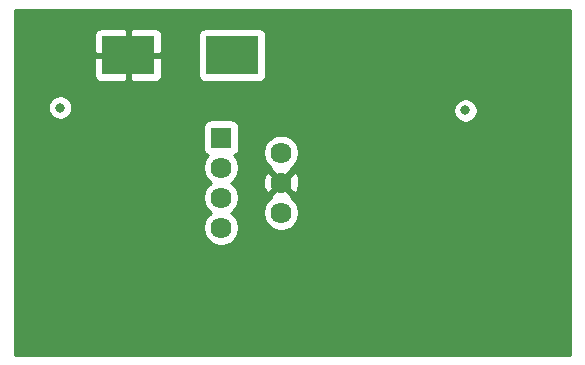
<source format=gbr>
%TF.GenerationSoftware,KiCad,Pcbnew,(5.1.10-1-10_14)*%
%TF.CreationDate,2021-10-31T04:10:36-04:00*%
%TF.ProjectId,Readout-DC-Board,52656164-6f75-4742-9d44-432d426f6172,rev?*%
%TF.SameCoordinates,Original*%
%TF.FileFunction,Copper,L2,Inr*%
%TF.FilePolarity,Positive*%
%FSLAX46Y46*%
G04 Gerber Fmt 4.6, Leading zero omitted, Abs format (unit mm)*
G04 Created by KiCad (PCBNEW (5.1.10-1-10_14)) date 2021-10-31 04:10:36*
%MOMM*%
%LPD*%
G01*
G04 APERTURE LIST*
%TA.AperFunction,ComponentPad*%
%ADD10R,4.500000X3.300000*%
%TD*%
%TA.AperFunction,ComponentPad*%
%ADD11C,1.790000*%
%TD*%
%TA.AperFunction,ComponentPad*%
%ADD12R,1.790000X1.790000*%
%TD*%
%TA.AperFunction,ViaPad*%
%ADD13C,0.800000*%
%TD*%
%TA.AperFunction,Conductor*%
%ADD14C,0.254000*%
%TD*%
%TA.AperFunction,Conductor*%
%ADD15C,0.100000*%
%TD*%
G04 APERTURE END LIST*
D10*
%TO.N,Net-(C3-Pad1)*%
%TO.C,D1*%
X95205000Y-100965000D03*
%TO.N,GND*%
X86405000Y-100965000D03*
%TD*%
D11*
%TO.N,Net-(U1-Pad7)*%
%TO.C,U1*%
X94267500Y-115570000D03*
%TO.N,Net-(R1-Pad2)*%
X99347500Y-114300000D03*
%TO.N,N/C*%
X94267500Y-113030000D03*
%TO.N,GND*%
X99347500Y-111760000D03*
%TO.N,Net-(C3-Pad2)*%
X94267500Y-110490000D03*
%TO.N,Net-(C1-Pad1)*%
X99347500Y-109220000D03*
D12*
%TO.N,Net-(C3-Pad1)*%
X94267500Y-107950000D03*
%TD*%
D13*
%TO.N,Net-(C1-Pad1)*%
X80645000Y-105410000D03*
%TO.N,GND*%
X90170000Y-117475000D03*
X83185000Y-119380000D03*
X104140000Y-106045000D03*
X114300000Y-125425200D03*
X117449600Y-116840000D03*
X117449600Y-114300000D03*
X78435200Y-114300000D03*
X78435200Y-116840000D03*
%TO.N,Net-(C4-Pad1)*%
X114947700Y-105651300D03*
%TD*%
D14*
%TO.N,GND*%
X123800001Y-126340000D02*
X76860000Y-126340000D01*
X76860000Y-107055000D01*
X92734428Y-107055000D01*
X92734428Y-108845000D01*
X92746688Y-108969482D01*
X92782998Y-109089180D01*
X92841963Y-109199494D01*
X92921315Y-109296185D01*
X93018006Y-109375537D01*
X93128320Y-109434502D01*
X93152052Y-109441701D01*
X93079071Y-109514682D01*
X92911632Y-109765273D01*
X92796297Y-110043715D01*
X92737500Y-110339308D01*
X92737500Y-110640692D01*
X92796297Y-110936285D01*
X92911632Y-111214727D01*
X93079071Y-111465318D01*
X93292182Y-111678429D01*
X93414262Y-111760000D01*
X93292182Y-111841571D01*
X93079071Y-112054682D01*
X92911632Y-112305273D01*
X92796297Y-112583715D01*
X92737500Y-112879308D01*
X92737500Y-113180692D01*
X92796297Y-113476285D01*
X92911632Y-113754727D01*
X93079071Y-114005318D01*
X93292182Y-114218429D01*
X93414262Y-114300000D01*
X93292182Y-114381571D01*
X93079071Y-114594682D01*
X92911632Y-114845273D01*
X92796297Y-115123715D01*
X92737500Y-115419308D01*
X92737500Y-115720692D01*
X92796297Y-116016285D01*
X92911632Y-116294727D01*
X93079071Y-116545318D01*
X93292182Y-116758429D01*
X93542773Y-116925868D01*
X93821215Y-117041203D01*
X94116808Y-117100000D01*
X94418192Y-117100000D01*
X94713785Y-117041203D01*
X94992227Y-116925868D01*
X95242818Y-116758429D01*
X95455929Y-116545318D01*
X95623368Y-116294727D01*
X95738703Y-116016285D01*
X95797500Y-115720692D01*
X95797500Y-115419308D01*
X95738703Y-115123715D01*
X95623368Y-114845273D01*
X95455929Y-114594682D01*
X95242818Y-114381571D01*
X95120738Y-114300000D01*
X95242818Y-114218429D01*
X95311939Y-114149308D01*
X97817500Y-114149308D01*
X97817500Y-114450692D01*
X97876297Y-114746285D01*
X97991632Y-115024727D01*
X98159071Y-115275318D01*
X98372182Y-115488429D01*
X98622773Y-115655868D01*
X98901215Y-115771203D01*
X99196808Y-115830000D01*
X99498192Y-115830000D01*
X99793785Y-115771203D01*
X100072227Y-115655868D01*
X100322818Y-115488429D01*
X100535929Y-115275318D01*
X100703368Y-115024727D01*
X100818703Y-114746285D01*
X100877500Y-114450692D01*
X100877500Y-114149308D01*
X100818703Y-113853715D01*
X100703368Y-113575273D01*
X100535929Y-113324682D01*
X100322818Y-113111571D01*
X100167149Y-113007557D01*
X100228407Y-112820512D01*
X99347500Y-111939605D01*
X98466593Y-112820512D01*
X98527851Y-113007557D01*
X98372182Y-113111571D01*
X98159071Y-113324682D01*
X97991632Y-113575273D01*
X97876297Y-113853715D01*
X97817500Y-114149308D01*
X95311939Y-114149308D01*
X95455929Y-114005318D01*
X95623368Y-113754727D01*
X95738703Y-113476285D01*
X95797500Y-113180692D01*
X95797500Y-112879308D01*
X95738703Y-112583715D01*
X95623368Y-112305273D01*
X95455929Y-112054682D01*
X95242818Y-111841571D01*
X95220639Y-111826751D01*
X97811547Y-111826751D01*
X97854082Y-112125117D01*
X97954008Y-112409453D01*
X98033317Y-112557829D01*
X98286988Y-112640907D01*
X99167895Y-111760000D01*
X99527105Y-111760000D01*
X100408012Y-112640907D01*
X100661683Y-112557829D01*
X100792080Y-112286115D01*
X100866963Y-111994182D01*
X100883453Y-111693249D01*
X100840918Y-111394883D01*
X100740992Y-111110547D01*
X100661683Y-110962171D01*
X100408012Y-110879093D01*
X99527105Y-111760000D01*
X99167895Y-111760000D01*
X98286988Y-110879093D01*
X98033317Y-110962171D01*
X97902920Y-111233885D01*
X97828037Y-111525818D01*
X97811547Y-111826751D01*
X95220639Y-111826751D01*
X95120738Y-111760000D01*
X95242818Y-111678429D01*
X95455929Y-111465318D01*
X95623368Y-111214727D01*
X95738703Y-110936285D01*
X95797500Y-110640692D01*
X95797500Y-110339308D01*
X95738703Y-110043715D01*
X95623368Y-109765273D01*
X95455929Y-109514682D01*
X95382948Y-109441701D01*
X95406680Y-109434502D01*
X95516994Y-109375537D01*
X95613685Y-109296185D01*
X95693037Y-109199494D01*
X95752002Y-109089180D01*
X95758030Y-109069308D01*
X97817500Y-109069308D01*
X97817500Y-109370692D01*
X97876297Y-109666285D01*
X97991632Y-109944727D01*
X98159071Y-110195318D01*
X98372182Y-110408429D01*
X98527851Y-110512443D01*
X98466593Y-110699488D01*
X99347500Y-111580395D01*
X100228407Y-110699488D01*
X100167149Y-110512443D01*
X100322818Y-110408429D01*
X100535929Y-110195318D01*
X100703368Y-109944727D01*
X100818703Y-109666285D01*
X100877500Y-109370692D01*
X100877500Y-109069308D01*
X100818703Y-108773715D01*
X100703368Y-108495273D01*
X100535929Y-108244682D01*
X100322818Y-108031571D01*
X100072227Y-107864132D01*
X99793785Y-107748797D01*
X99498192Y-107690000D01*
X99196808Y-107690000D01*
X98901215Y-107748797D01*
X98622773Y-107864132D01*
X98372182Y-108031571D01*
X98159071Y-108244682D01*
X97991632Y-108495273D01*
X97876297Y-108773715D01*
X97817500Y-109069308D01*
X95758030Y-109069308D01*
X95788312Y-108969482D01*
X95800572Y-108845000D01*
X95800572Y-107055000D01*
X95788312Y-106930518D01*
X95752002Y-106810820D01*
X95693037Y-106700506D01*
X95613685Y-106603815D01*
X95516994Y-106524463D01*
X95406680Y-106465498D01*
X95286982Y-106429188D01*
X95162500Y-106416928D01*
X93372500Y-106416928D01*
X93248018Y-106429188D01*
X93128320Y-106465498D01*
X93018006Y-106524463D01*
X92921315Y-106603815D01*
X92841963Y-106700506D01*
X92782998Y-106810820D01*
X92746688Y-106930518D01*
X92734428Y-107055000D01*
X76860000Y-107055000D01*
X76860000Y-105308061D01*
X79610000Y-105308061D01*
X79610000Y-105511939D01*
X79649774Y-105711898D01*
X79727795Y-105900256D01*
X79841063Y-106069774D01*
X79985226Y-106213937D01*
X80154744Y-106327205D01*
X80343102Y-106405226D01*
X80543061Y-106445000D01*
X80746939Y-106445000D01*
X80946898Y-106405226D01*
X81135256Y-106327205D01*
X81304774Y-106213937D01*
X81448937Y-106069774D01*
X81562205Y-105900256D01*
X81640226Y-105711898D01*
X81672556Y-105549361D01*
X113912700Y-105549361D01*
X113912700Y-105753239D01*
X113952474Y-105953198D01*
X114030495Y-106141556D01*
X114143763Y-106311074D01*
X114287926Y-106455237D01*
X114457444Y-106568505D01*
X114645802Y-106646526D01*
X114845761Y-106686300D01*
X115049639Y-106686300D01*
X115249598Y-106646526D01*
X115437956Y-106568505D01*
X115607474Y-106455237D01*
X115751637Y-106311074D01*
X115864905Y-106141556D01*
X115942926Y-105953198D01*
X115982700Y-105753239D01*
X115982700Y-105549361D01*
X115942926Y-105349402D01*
X115864905Y-105161044D01*
X115751637Y-104991526D01*
X115607474Y-104847363D01*
X115437956Y-104734095D01*
X115249598Y-104656074D01*
X115049639Y-104616300D01*
X114845761Y-104616300D01*
X114645802Y-104656074D01*
X114457444Y-104734095D01*
X114287926Y-104847363D01*
X114143763Y-104991526D01*
X114030495Y-105161044D01*
X113952474Y-105349402D01*
X113912700Y-105549361D01*
X81672556Y-105549361D01*
X81680000Y-105511939D01*
X81680000Y-105308061D01*
X81640226Y-105108102D01*
X81562205Y-104919744D01*
X81448937Y-104750226D01*
X81304774Y-104606063D01*
X81135256Y-104492795D01*
X80946898Y-104414774D01*
X80746939Y-104375000D01*
X80543061Y-104375000D01*
X80343102Y-104414774D01*
X80154744Y-104492795D01*
X79985226Y-104606063D01*
X79841063Y-104750226D01*
X79727795Y-104919744D01*
X79649774Y-105108102D01*
X79610000Y-105308061D01*
X76860000Y-105308061D01*
X76860000Y-102615000D01*
X83516928Y-102615000D01*
X83529188Y-102739482D01*
X83565498Y-102859180D01*
X83624463Y-102969494D01*
X83703815Y-103066185D01*
X83800506Y-103145537D01*
X83910820Y-103204502D01*
X84030518Y-103240812D01*
X84155000Y-103253072D01*
X86119250Y-103250000D01*
X86278000Y-103091250D01*
X86278000Y-101092000D01*
X86532000Y-101092000D01*
X86532000Y-103091250D01*
X86690750Y-103250000D01*
X88655000Y-103253072D01*
X88779482Y-103240812D01*
X88899180Y-103204502D01*
X89009494Y-103145537D01*
X89106185Y-103066185D01*
X89185537Y-102969494D01*
X89244502Y-102859180D01*
X89280812Y-102739482D01*
X89293072Y-102615000D01*
X89290000Y-101250750D01*
X89131250Y-101092000D01*
X86532000Y-101092000D01*
X86278000Y-101092000D01*
X83678750Y-101092000D01*
X83520000Y-101250750D01*
X83516928Y-102615000D01*
X76860000Y-102615000D01*
X76860000Y-99315000D01*
X83516928Y-99315000D01*
X83520000Y-100679250D01*
X83678750Y-100838000D01*
X86278000Y-100838000D01*
X86278000Y-98838750D01*
X86532000Y-98838750D01*
X86532000Y-100838000D01*
X89131250Y-100838000D01*
X89290000Y-100679250D01*
X89293072Y-99315000D01*
X92316928Y-99315000D01*
X92316928Y-102615000D01*
X92329188Y-102739482D01*
X92365498Y-102859180D01*
X92424463Y-102969494D01*
X92503815Y-103066185D01*
X92600506Y-103145537D01*
X92710820Y-103204502D01*
X92830518Y-103240812D01*
X92955000Y-103253072D01*
X97455000Y-103253072D01*
X97579482Y-103240812D01*
X97699180Y-103204502D01*
X97809494Y-103145537D01*
X97906185Y-103066185D01*
X97985537Y-102969494D01*
X98044502Y-102859180D01*
X98080812Y-102739482D01*
X98093072Y-102615000D01*
X98093072Y-99315000D01*
X98080812Y-99190518D01*
X98044502Y-99070820D01*
X97985537Y-98960506D01*
X97906185Y-98863815D01*
X97809494Y-98784463D01*
X97699180Y-98725498D01*
X97579482Y-98689188D01*
X97455000Y-98676928D01*
X92955000Y-98676928D01*
X92830518Y-98689188D01*
X92710820Y-98725498D01*
X92600506Y-98784463D01*
X92503815Y-98863815D01*
X92424463Y-98960506D01*
X92365498Y-99070820D01*
X92329188Y-99190518D01*
X92316928Y-99315000D01*
X89293072Y-99315000D01*
X89280812Y-99190518D01*
X89244502Y-99070820D01*
X89185537Y-98960506D01*
X89106185Y-98863815D01*
X89009494Y-98784463D01*
X88899180Y-98725498D01*
X88779482Y-98689188D01*
X88655000Y-98676928D01*
X86690750Y-98680000D01*
X86532000Y-98838750D01*
X86278000Y-98838750D01*
X86119250Y-98680000D01*
X84155000Y-98676928D01*
X84030518Y-98689188D01*
X83910820Y-98725498D01*
X83800506Y-98784463D01*
X83703815Y-98863815D01*
X83624463Y-98960506D01*
X83565498Y-99070820D01*
X83529188Y-99190518D01*
X83516928Y-99315000D01*
X76860000Y-99315000D01*
X76860000Y-97180000D01*
X123800000Y-97180000D01*
X123800001Y-126340000D01*
%TA.AperFunction,Conductor*%
D15*
G36*
X123800001Y-126340000D02*
G01*
X76860000Y-126340000D01*
X76860000Y-107055000D01*
X92734428Y-107055000D01*
X92734428Y-108845000D01*
X92746688Y-108969482D01*
X92782998Y-109089180D01*
X92841963Y-109199494D01*
X92921315Y-109296185D01*
X93018006Y-109375537D01*
X93128320Y-109434502D01*
X93152052Y-109441701D01*
X93079071Y-109514682D01*
X92911632Y-109765273D01*
X92796297Y-110043715D01*
X92737500Y-110339308D01*
X92737500Y-110640692D01*
X92796297Y-110936285D01*
X92911632Y-111214727D01*
X93079071Y-111465318D01*
X93292182Y-111678429D01*
X93414262Y-111760000D01*
X93292182Y-111841571D01*
X93079071Y-112054682D01*
X92911632Y-112305273D01*
X92796297Y-112583715D01*
X92737500Y-112879308D01*
X92737500Y-113180692D01*
X92796297Y-113476285D01*
X92911632Y-113754727D01*
X93079071Y-114005318D01*
X93292182Y-114218429D01*
X93414262Y-114300000D01*
X93292182Y-114381571D01*
X93079071Y-114594682D01*
X92911632Y-114845273D01*
X92796297Y-115123715D01*
X92737500Y-115419308D01*
X92737500Y-115720692D01*
X92796297Y-116016285D01*
X92911632Y-116294727D01*
X93079071Y-116545318D01*
X93292182Y-116758429D01*
X93542773Y-116925868D01*
X93821215Y-117041203D01*
X94116808Y-117100000D01*
X94418192Y-117100000D01*
X94713785Y-117041203D01*
X94992227Y-116925868D01*
X95242818Y-116758429D01*
X95455929Y-116545318D01*
X95623368Y-116294727D01*
X95738703Y-116016285D01*
X95797500Y-115720692D01*
X95797500Y-115419308D01*
X95738703Y-115123715D01*
X95623368Y-114845273D01*
X95455929Y-114594682D01*
X95242818Y-114381571D01*
X95120738Y-114300000D01*
X95242818Y-114218429D01*
X95311939Y-114149308D01*
X97817500Y-114149308D01*
X97817500Y-114450692D01*
X97876297Y-114746285D01*
X97991632Y-115024727D01*
X98159071Y-115275318D01*
X98372182Y-115488429D01*
X98622773Y-115655868D01*
X98901215Y-115771203D01*
X99196808Y-115830000D01*
X99498192Y-115830000D01*
X99793785Y-115771203D01*
X100072227Y-115655868D01*
X100322818Y-115488429D01*
X100535929Y-115275318D01*
X100703368Y-115024727D01*
X100818703Y-114746285D01*
X100877500Y-114450692D01*
X100877500Y-114149308D01*
X100818703Y-113853715D01*
X100703368Y-113575273D01*
X100535929Y-113324682D01*
X100322818Y-113111571D01*
X100167149Y-113007557D01*
X100228407Y-112820512D01*
X99347500Y-111939605D01*
X98466593Y-112820512D01*
X98527851Y-113007557D01*
X98372182Y-113111571D01*
X98159071Y-113324682D01*
X97991632Y-113575273D01*
X97876297Y-113853715D01*
X97817500Y-114149308D01*
X95311939Y-114149308D01*
X95455929Y-114005318D01*
X95623368Y-113754727D01*
X95738703Y-113476285D01*
X95797500Y-113180692D01*
X95797500Y-112879308D01*
X95738703Y-112583715D01*
X95623368Y-112305273D01*
X95455929Y-112054682D01*
X95242818Y-111841571D01*
X95220639Y-111826751D01*
X97811547Y-111826751D01*
X97854082Y-112125117D01*
X97954008Y-112409453D01*
X98033317Y-112557829D01*
X98286988Y-112640907D01*
X99167895Y-111760000D01*
X99527105Y-111760000D01*
X100408012Y-112640907D01*
X100661683Y-112557829D01*
X100792080Y-112286115D01*
X100866963Y-111994182D01*
X100883453Y-111693249D01*
X100840918Y-111394883D01*
X100740992Y-111110547D01*
X100661683Y-110962171D01*
X100408012Y-110879093D01*
X99527105Y-111760000D01*
X99167895Y-111760000D01*
X98286988Y-110879093D01*
X98033317Y-110962171D01*
X97902920Y-111233885D01*
X97828037Y-111525818D01*
X97811547Y-111826751D01*
X95220639Y-111826751D01*
X95120738Y-111760000D01*
X95242818Y-111678429D01*
X95455929Y-111465318D01*
X95623368Y-111214727D01*
X95738703Y-110936285D01*
X95797500Y-110640692D01*
X95797500Y-110339308D01*
X95738703Y-110043715D01*
X95623368Y-109765273D01*
X95455929Y-109514682D01*
X95382948Y-109441701D01*
X95406680Y-109434502D01*
X95516994Y-109375537D01*
X95613685Y-109296185D01*
X95693037Y-109199494D01*
X95752002Y-109089180D01*
X95758030Y-109069308D01*
X97817500Y-109069308D01*
X97817500Y-109370692D01*
X97876297Y-109666285D01*
X97991632Y-109944727D01*
X98159071Y-110195318D01*
X98372182Y-110408429D01*
X98527851Y-110512443D01*
X98466593Y-110699488D01*
X99347500Y-111580395D01*
X100228407Y-110699488D01*
X100167149Y-110512443D01*
X100322818Y-110408429D01*
X100535929Y-110195318D01*
X100703368Y-109944727D01*
X100818703Y-109666285D01*
X100877500Y-109370692D01*
X100877500Y-109069308D01*
X100818703Y-108773715D01*
X100703368Y-108495273D01*
X100535929Y-108244682D01*
X100322818Y-108031571D01*
X100072227Y-107864132D01*
X99793785Y-107748797D01*
X99498192Y-107690000D01*
X99196808Y-107690000D01*
X98901215Y-107748797D01*
X98622773Y-107864132D01*
X98372182Y-108031571D01*
X98159071Y-108244682D01*
X97991632Y-108495273D01*
X97876297Y-108773715D01*
X97817500Y-109069308D01*
X95758030Y-109069308D01*
X95788312Y-108969482D01*
X95800572Y-108845000D01*
X95800572Y-107055000D01*
X95788312Y-106930518D01*
X95752002Y-106810820D01*
X95693037Y-106700506D01*
X95613685Y-106603815D01*
X95516994Y-106524463D01*
X95406680Y-106465498D01*
X95286982Y-106429188D01*
X95162500Y-106416928D01*
X93372500Y-106416928D01*
X93248018Y-106429188D01*
X93128320Y-106465498D01*
X93018006Y-106524463D01*
X92921315Y-106603815D01*
X92841963Y-106700506D01*
X92782998Y-106810820D01*
X92746688Y-106930518D01*
X92734428Y-107055000D01*
X76860000Y-107055000D01*
X76860000Y-105308061D01*
X79610000Y-105308061D01*
X79610000Y-105511939D01*
X79649774Y-105711898D01*
X79727795Y-105900256D01*
X79841063Y-106069774D01*
X79985226Y-106213937D01*
X80154744Y-106327205D01*
X80343102Y-106405226D01*
X80543061Y-106445000D01*
X80746939Y-106445000D01*
X80946898Y-106405226D01*
X81135256Y-106327205D01*
X81304774Y-106213937D01*
X81448937Y-106069774D01*
X81562205Y-105900256D01*
X81640226Y-105711898D01*
X81672556Y-105549361D01*
X113912700Y-105549361D01*
X113912700Y-105753239D01*
X113952474Y-105953198D01*
X114030495Y-106141556D01*
X114143763Y-106311074D01*
X114287926Y-106455237D01*
X114457444Y-106568505D01*
X114645802Y-106646526D01*
X114845761Y-106686300D01*
X115049639Y-106686300D01*
X115249598Y-106646526D01*
X115437956Y-106568505D01*
X115607474Y-106455237D01*
X115751637Y-106311074D01*
X115864905Y-106141556D01*
X115942926Y-105953198D01*
X115982700Y-105753239D01*
X115982700Y-105549361D01*
X115942926Y-105349402D01*
X115864905Y-105161044D01*
X115751637Y-104991526D01*
X115607474Y-104847363D01*
X115437956Y-104734095D01*
X115249598Y-104656074D01*
X115049639Y-104616300D01*
X114845761Y-104616300D01*
X114645802Y-104656074D01*
X114457444Y-104734095D01*
X114287926Y-104847363D01*
X114143763Y-104991526D01*
X114030495Y-105161044D01*
X113952474Y-105349402D01*
X113912700Y-105549361D01*
X81672556Y-105549361D01*
X81680000Y-105511939D01*
X81680000Y-105308061D01*
X81640226Y-105108102D01*
X81562205Y-104919744D01*
X81448937Y-104750226D01*
X81304774Y-104606063D01*
X81135256Y-104492795D01*
X80946898Y-104414774D01*
X80746939Y-104375000D01*
X80543061Y-104375000D01*
X80343102Y-104414774D01*
X80154744Y-104492795D01*
X79985226Y-104606063D01*
X79841063Y-104750226D01*
X79727795Y-104919744D01*
X79649774Y-105108102D01*
X79610000Y-105308061D01*
X76860000Y-105308061D01*
X76860000Y-102615000D01*
X83516928Y-102615000D01*
X83529188Y-102739482D01*
X83565498Y-102859180D01*
X83624463Y-102969494D01*
X83703815Y-103066185D01*
X83800506Y-103145537D01*
X83910820Y-103204502D01*
X84030518Y-103240812D01*
X84155000Y-103253072D01*
X86119250Y-103250000D01*
X86278000Y-103091250D01*
X86278000Y-101092000D01*
X86532000Y-101092000D01*
X86532000Y-103091250D01*
X86690750Y-103250000D01*
X88655000Y-103253072D01*
X88779482Y-103240812D01*
X88899180Y-103204502D01*
X89009494Y-103145537D01*
X89106185Y-103066185D01*
X89185537Y-102969494D01*
X89244502Y-102859180D01*
X89280812Y-102739482D01*
X89293072Y-102615000D01*
X89290000Y-101250750D01*
X89131250Y-101092000D01*
X86532000Y-101092000D01*
X86278000Y-101092000D01*
X83678750Y-101092000D01*
X83520000Y-101250750D01*
X83516928Y-102615000D01*
X76860000Y-102615000D01*
X76860000Y-99315000D01*
X83516928Y-99315000D01*
X83520000Y-100679250D01*
X83678750Y-100838000D01*
X86278000Y-100838000D01*
X86278000Y-98838750D01*
X86532000Y-98838750D01*
X86532000Y-100838000D01*
X89131250Y-100838000D01*
X89290000Y-100679250D01*
X89293072Y-99315000D01*
X92316928Y-99315000D01*
X92316928Y-102615000D01*
X92329188Y-102739482D01*
X92365498Y-102859180D01*
X92424463Y-102969494D01*
X92503815Y-103066185D01*
X92600506Y-103145537D01*
X92710820Y-103204502D01*
X92830518Y-103240812D01*
X92955000Y-103253072D01*
X97455000Y-103253072D01*
X97579482Y-103240812D01*
X97699180Y-103204502D01*
X97809494Y-103145537D01*
X97906185Y-103066185D01*
X97985537Y-102969494D01*
X98044502Y-102859180D01*
X98080812Y-102739482D01*
X98093072Y-102615000D01*
X98093072Y-99315000D01*
X98080812Y-99190518D01*
X98044502Y-99070820D01*
X97985537Y-98960506D01*
X97906185Y-98863815D01*
X97809494Y-98784463D01*
X97699180Y-98725498D01*
X97579482Y-98689188D01*
X97455000Y-98676928D01*
X92955000Y-98676928D01*
X92830518Y-98689188D01*
X92710820Y-98725498D01*
X92600506Y-98784463D01*
X92503815Y-98863815D01*
X92424463Y-98960506D01*
X92365498Y-99070820D01*
X92329188Y-99190518D01*
X92316928Y-99315000D01*
X89293072Y-99315000D01*
X89280812Y-99190518D01*
X89244502Y-99070820D01*
X89185537Y-98960506D01*
X89106185Y-98863815D01*
X89009494Y-98784463D01*
X88899180Y-98725498D01*
X88779482Y-98689188D01*
X88655000Y-98676928D01*
X86690750Y-98680000D01*
X86532000Y-98838750D01*
X86278000Y-98838750D01*
X86119250Y-98680000D01*
X84155000Y-98676928D01*
X84030518Y-98689188D01*
X83910820Y-98725498D01*
X83800506Y-98784463D01*
X83703815Y-98863815D01*
X83624463Y-98960506D01*
X83565498Y-99070820D01*
X83529188Y-99190518D01*
X83516928Y-99315000D01*
X76860000Y-99315000D01*
X76860000Y-97180000D01*
X123800000Y-97180000D01*
X123800001Y-126340000D01*
G37*
%TD.AperFunction*%
%TD*%
M02*

</source>
